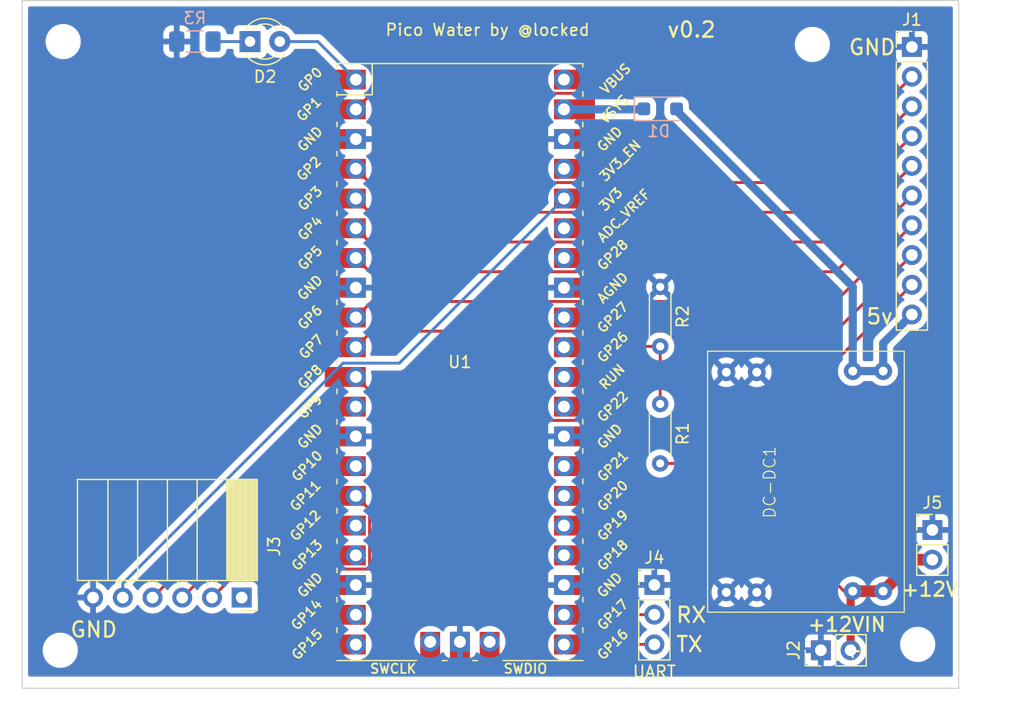
<source format=kicad_pcb>
(kicad_pcb (version 20221018) (generator pcbnew)
  (layers (0 "F.Cu" signal) (31 "B.Cu" signal) (34 "B.Paste" user) (35 "F.Paste" user) (36 "B.SilkS" user "B.Silkscreen") (37 "F.SilkS" user "F.Silkscreen") (38 "B.Mask" user) (39 "F.Mask" user) (44 "Edge.Cuts" user))
  (net 0 "")
  (net 12 "/SQW")
  (net 17 "ADC0")
  (net 18 "+5V")
  (net 19 "GND")
  (net 20 "+12V")
  (net 21 "GPIO3")
  (net 22 "GPIO2")
  (net 23 "GPIO1")
  (net 25 "GPIO8")
  (net 26 "GPIO7")
  (net 27 "GPIO6")
  (net 28 "GPIO5")
  (net 29 "GPIO4")
  (net 30 "/SCL")
  (net 31 "/SDA")
  (net 32 "+3.3V")
  (net 33 "/RX")
  (net 34 "/TX")
  (net 37 "Net-(D1-K)")
  (net 38 "Net-(D2-K)")
  (net 39 "Net-(D2-A)")
  (footprint "Lunasys_Library:MP1584EN DC-DC 3A Step-Down" (layer "F.Cu") (at 118.35 105.4 90)
    (fp_text reference "DC-DC1" (at 0 -3 90 unlocked) (layer "F.SilkS") (effects (font (thickness 0.1))))
    (fp_text value "~")
    (fp_rect (start -11.1 -8.3) (end 11.2 8.5) (stroke (width 0.1)) (fill none) (layer "F.SilkS"))
    (pad "1" thru_hole circle (at -9.4 -6.7 90) (size 1.524 1.524) (drill 0.762) (layers "*.Cu" "*.Mask") (net 19 "GND"))
    (pad "1" thru_hole circle (at -9.4 -4.1 90) (size 1.524 1.524) (drill 0.762) (layers "*.Cu" "*.Mask") (net 19 "GND"))
    (pad "2" thru_hole circle (at -9.3 4.1 90) (size 1.524 1.524) (drill 0.762) (layers "*.Cu" "*.Mask") (net 20 "+12V"))
    (pad "2" thru_hole circle (at -9.3 6.7 90) (size 1.524 1.524) (drill 0.762) (layers "*.Cu" "*.Mask") (net 20 "+12V"))
    (pad "3" thru_hole circle (at 9.4 -6.7 90) (size 1.524 1.524) (drill 0.762) (layers "*.Cu" "*.Mask") (net 19 "GND"))
    (pad "3" thru_hole circle (at 9.4 -4.1 90) (size 1.524 1.524) (drill 0.762) (layers "*.Cu" "*.Mask") (net 19 "GND"))
    (pad "4" thru_hole circle (at 9.5 4.1 90) (size 1.524 1.524) (drill 0.762) (layers "*.Cu" "*.Mask") (net 18 "+5V"))
    (pad "4" thru_hole circle (at 9.5 6.7 90) (size 1.524 1.524) (drill 0.762) (layers "*.Cu" "*.Mask") (net 18 "+5V"))
  )
  (footprint "MountingHole:MountingHole_2.5mm" (layer "F.Cu") (at 128 119.25)
    (fp_text reference "H4" hide)
    (fp_text value "MountingHole")
    (pad "" np_thru_hole circle (at 0 0) (size 2.5 2.5) (drill 2.5) (layers "*.Cu" "*.Mask"))
  )
  (footprint "Connector_PinHeader_2.54mm:PinHeader_1x02_P2.54mm_Vertical" (layer "F.Cu") (at 119.725 119.75 90)
    (fp_text reference "J2" (at 0 -2.33 90) (layer "F.SilkS"))
    (fp_text value "Power In")
    (fp_line (start -1.33 -1.33) (end 0 -1.33) (stroke (width 0.12)) (layer "F.SilkS"))
    (fp_line (start -1.33 0) (end -1.33 -1.33) (stroke (width 0.12)) (layer "F.SilkS"))
    (fp_line (start -1.33 1.27) (end -1.33 3.87) (stroke (width 0.12)) (layer "F.SilkS"))
    (fp_line (start -1.33 1.27) (end 1.33 1.27) (stroke (width 0.12)) (layer "F.SilkS"))
    (fp_line (start -1.33 3.87) (end 1.33 3.87) (stroke (width 0.12)) (layer "F.SilkS"))
    (fp_line (start 1.33 1.27) (end 1.33 3.87) (stroke (width 0.12)) (layer "F.SilkS"))
    (pad "1" thru_hole rect (at 0 0 90) (size 1.7 1.7) (drill 1) (layers "*.Cu" "*.Mask") (net 19 "GND"))
    (pad "2" thru_hole oval (at 0 2.54 90) (size 1.7 1.7) (drill 1) (layers "*.Cu" "*.Mask") (net 20 "+12V"))
  )
  (footprint "Connector_PinHeader_2.54mm:PinHeader_1x10_P2.54mm_Vertical" (layer "F.Cu") (at 127.5 68.21)
    (fp_text reference "J1" (at 0 -2.33) (layer "F.SilkS"))
    (fp_text value "Conn_01x04_MountingPin")
    (fp_line (start -1.33 -1.33) (end 0 -1.33) (stroke (width 0.12)) (layer "F.SilkS"))
    (fp_line (start -1.33 0) (end -1.33 -1.33) (stroke (width 0.12)) (layer "F.SilkS"))
    (fp_line (start -1.33 1.27) (end -1.33 24.19) (stroke (width 0.12)) (layer "F.SilkS"))
    (fp_line (start -1.33 1.27) (end 1.33 1.27) (stroke (width 0.12)) (layer "F.SilkS"))
    (fp_line (start -1.33 24.19) (end 1.33 24.19) (stroke (width 0.12)) (layer "F.SilkS"))
    (fp_line (start 1.33 1.27) (end 1.33 24.19) (stroke (width 0.12)) (layer "F.SilkS"))
    (pad "1" thru_hole rect (at 0 0) (size 1.7 1.7) (drill 1) (layers "*.Cu" "*.Mask") (net 19 "GND"))
    (pad "2" thru_hole oval (at 0 2.54) (size 1.7 1.7) (drill 1) (layers "*.Cu" "*.Mask") (net 23 "GPIO1"))
    (pad "3" thru_hole oval (at 0 5.08) (size 1.7 1.7) (drill 1) (layers "*.Cu" "*.Mask") (net 22 "GPIO2"))
    (pad "4" thru_hole oval (at 0 7.62) (size 1.7 1.7) (drill 1) (layers "*.Cu" "*.Mask") (net 21 "GPIO3"))
    (pad "5" thru_hole oval (at 0 10.16) (size 1.7 1.7) (drill 1) (layers "*.Cu" "*.Mask") (net 29 "GPIO4"))
    (pad "6" thru_hole oval (at 0 12.7) (size 1.7 1.7) (drill 1) (layers "*.Cu" "*.Mask") (net 28 "GPIO5"))
    (pad "7" thru_hole oval (at 0 15.24) (size 1.7 1.7) (drill 1) (layers "*.Cu" "*.Mask") (net 27 "GPIO6"))
    (pad "8" thru_hole oval (at 0 17.78) (size 1.7 1.7) (drill 1) (layers "*.Cu" "*.Mask") (net 26 "GPIO7"))
    (pad "9" thru_hole oval (at 0 20.32) (size 1.7 1.7) (drill 1) (layers "*.Cu" "*.Mask") (net 25 "GPIO8"))
    (pad "10" thru_hole oval (at 0 22.86) (size 1.7 1.7) (drill 1) (layers "*.Cu" "*.Mask") (net 18 "+5V"))
  )
  (footprint "Resistor_THT:R_Axial_DIN0204_L3.6mm_D1.6mm_P5.08mm_Horizontal" (layer "F.Cu") (at 106 88.71 -90)
    (fp_text reference "R2" (at 2.54 -1.92 -90) (layer "F.SilkS"))
    (fp_text value "34K")
    (fp_line (start 0.62 -0.92) (end 4.46 -0.92) (stroke (width 0.12)) (layer "F.SilkS"))
    (fp_line (start 0.62 0.92) (end 4.46 0.92) (stroke (width 0.12)) (layer "F.SilkS"))
    (pad "1" thru_hole circle (at 0 0 270) (size 1.4 1.4) (drill 0.7) (layers "*.Cu" "*.Mask") (net 19 "GND"))
    (pad "2" thru_hole oval (at 5.08 0 270) (size 1.4 1.4) (drill 0.7) (layers "*.Cu" "*.Mask") (net 17 "ADC0"))
  )
  (footprint "picogus_library:RPi_Pico_SMD_TH" (layer "F.Cu") (at 88.89 95.13)
    (fp_text reference "U1" (at 0 0) (layer "F.SilkS"))
    (fp_text value "Pico")
    (fp_text user "GP7" (at -12.7 -1.3 45) (layer "F.SilkS") (effects (font (size 0.8 0.8))))
    (fp_text user "GND" (at -12.8 -19.05 45) (layer "F.SilkS") (effects (font (size 0.8 0.8))))
    (fp_text user "GND" (at 12.8 6.35 45) (layer "F.SilkS") (effects (font (size 0.8 0.8))))
    (fp_text user "3V3_EN" (at 13.7 -17.2 45) (layer "F.SilkS") (effects (font (size 0.8 0.8))))
    (fp_text user "GP14" (at -13.1 21.59 45) (layer "F.SilkS") (effects (font (size 0.8 0.8))))
    (fp_text user "GP3" (at -12.8 -13.97 45) (layer "F.SilkS") (effects (font (size 0.8 0.8))))
    (fp_text user "GP6" (at -12.8 -3.81 45) (layer "F.SilkS") (effects (font (size 0.8 0.8))))
    (fp_text user "GND" (at -12.8 6.35 45) (layer "F.SilkS") (effects (font (size 0.8 0.8))))
    (fp_text user "GP4" (at -12.8 -11.43 45) (layer "F.SilkS") (effects (font (size 0.8 0.8))))
    (fp_text user "GND" (at -12.8 -6.35 45) (layer "F.SilkS") (effects (font (size 0.8 0.8))))
    (fp_text user "GP0" (at -12.8 -24.13 45) (layer "F.SilkS") (effects (font (size 0.8 0.8))))
    (fp_text user "SWDIO" (at 5.6 26.2) (layer "F.SilkS") (effects (font (size 0.8 0.8))))
    (fp_text user "GP16" (at 13.054 24.13 45) (layer "F.SilkS") (effects (font (size 0.8 0.8))))
    (fp_text user "SWCLK" (at -5.7 26.2) (layer "F.SilkS") (effects (font (size 0.8 0.8))))
    (fp_text user "GP9" (at -12.8 3.81 45) (layer "F.SilkS") (effects (font (size 0.8 0.8))))
    (fp_text user "GP12" (at -13.2 13.97 45) (layer "F.SilkS") (effects (font (size 0.8 0.8))))
    (fp_text user "GP26" (at 13.054 -1.27 45) (layer "F.SilkS") (effects (font (size 0.8 0.8))))
    (fp_text user "GP28" (at 13.054 -9.144 45) (layer "F.SilkS") (effects (font (size 0.8 0.8))))
    (fp_text user "RUN" (at 13 1.27 45) (layer "F.SilkS") (effects (font (size 0.8 0.8))))
    (fp_text user "ADC_VREF" (at 14 -12.5 45) (layer "F.SilkS") (effects (font (size 0.8 0.8))))
    (fp_text user "GND" (at 12.8 19.05 45) (layer "F.SilkS") (effects (font (size 0.8 0.8))))
    (fp_text user "GND" (at -12.8 19.05 45) (layer "F.SilkS") (effects (font (size 0.8 0.8))))
    (fp_text user "GP11" (at -13.2 11.43 45) (layer "F.SilkS") (effects (font (size 0.8 0.8))))
    (fp_text user "Pico Water by @locked" (at 2.36 -28.38) (layer "F.SilkS"))
    (fp_text user "GP27" (at 13.054 -3.8 45) (layer "F.SilkS") (effects (font (size 0.8 0.8))))
    (fp_text user "GND" (at 12.8 -19.05 45) (layer "F.SilkS") (effects (font (size 0.8 0.8))))
    (fp_text user "GP20" (at 13.054 11.43 45) (layer "F.SilkS") (effects (font (size 0.8 0.8))))
    (fp_text user "GP10" (at -13.054 8.89 45) (layer "F.SilkS") (effects (font (size 0.8 0.8))))
    (fp_text user "VSYS" (at 13.2 -21.59 45) (layer "F.SilkS") (effects (font (size 0.8 0.8))))
    (fp_text user "3V3" (at 12.9 -13.9 45) (layer "F.SilkS") (effects (font (size 0.8 0.8))))
    (fp_text user "GP2" (at -12.9 -16.51 45) (layer "F.SilkS") (effects (font (size 0.8 0.8))))
    (fp_text user "GP8" (at -12.8 1.27 45) (layer "F.SilkS") (effects (font (size 0.8 0.8))))
    (fp_text user "VBUS" (at 13.3 -24.2 45) (layer "F.SilkS") (effects (font (size 0.8 0.8))))
    (fp_text user "GP17" (at 13.054 21.59 45) (layer "F.SilkS") (effects (font (size 0.8 0.8))))
    (fp_text user "GP18" (at 13.054 16.51 45) (layer "F.SilkS") (effects (font (size 0.8 0.8))))
    (fp_text user "GP5" (at -12.8 -8.89 45) (layer "F.SilkS") (effects (font (size 0.8 0.8))))
    (fp_text user "GP22" (at 13.054 3.81 45) (layer "F.SilkS") (effects (font (size 0.8 0.8))))
    (fp_text user "GP1" (at -12.9 -21.6 45) (layer "F.SilkS") (effects (font (size 0.8 0.8))))
    (fp_text user "GP15" (at -13.054 24.13 45) (layer "F.SilkS") (effects (font (size 0.8 0.8))))
    (fp_text user "GP13" (at -13.054 16.51 45) (layer "F.SilkS") (effects (font (size 0.8 0.8))))
    (fp_text user "AGND" (at 13.054 -6.35 45) (layer "F.SilkS") (effects (font (size 0.8 0.8))))
    (fp_text user "GP21" (at 13.054 8.9 45) (layer "F.SilkS") (effects (font (size 0.8 0.8))))
    (fp_text user "GP19" (at 13.054 13.97 45) (layer "F.SilkS") (effects (font (size 0.8 0.8))))
    (fp_line (start -10.5 -25.5) (end -10.5 -25.2) (stroke (width 0.12)) (layer "F.SilkS"))
    (fp_line (start -10.5 -25.5) (end 10.5 -25.5) (stroke (width 0.12)) (layer "F.SilkS"))
    (fp_line (start -10.5 -23.1) (end -10.5 -22.7) (stroke (width 0.12)) (layer "F.SilkS"))
    (fp_line (start -10.5 -22.833) (end -7.493 -22.833) (stroke (width 0.12)) (layer "F.SilkS"))
    (fp_line (start -10.5 -20.5) (end -10.5 -20.1) (stroke (width 0.12)) (layer "F.SilkS"))
    (fp_line (start -10.5 -18) (end -10.5 -17.6) (stroke (width 0.12)) (layer "F.SilkS"))
    (fp_line (start -10.5 -15.4) (end -10.5 -15) (stroke (width 0.12)) (layer "F.SilkS"))
    (fp_line (start -10.5 -12.9) (end -10.5 -12.5) (stroke (width 0.12)) (layer "F.SilkS"))
    (fp_line (start -10.5 -10.4) (end -10.5 -10) (stroke (width 0.12)) (layer "F.SilkS"))
    (fp_line (start -10.5 -7.8) (end -10.5 -7.4) (stroke (width 0.12)) (layer "F.SilkS"))
    (fp_line (start -10.5 -5.3) (end -10.5 -4.9) (stroke (width 0.12)) (layer "F.SilkS"))
    (fp_line (start -10.5 -2.7) (end -10.5 -2.3) (stroke (width 0.12)) (layer "F.SilkS"))
    (fp_line (start -10.5 -0.2) (end -10.5 0.2) (stroke (width 0.12)) (layer "F.SilkS"))
    (fp_line (start -10.5 2.3) (end -10.5 2.7) (stroke (width 0.12)) (layer "F.SilkS"))
    (fp_line (start -10.5 4.9) (end -10.5 5.3) (stroke (width 0.12)) (layer "F.SilkS"))
    (fp_line (start -10.5 7.4) (end -10.5 7.8) (stroke (width 0.12)) (layer "F.SilkS"))
    (fp_line (start -10.5 10) (end -10.5 10.4) (stroke (width 0.12)) (layer "F.SilkS"))
    (fp_line (start -10.5 12.5) (end -10.5 12.9) (stroke (width 0.12)) (layer "F.SilkS"))
    (fp_line (start -10.5 15.1) (end -10.5 15.5) (stroke (width 0.12)) (layer "F.SilkS"))
    (fp_line (start -10.5 17.6) (end -10.5 18) (stroke (width 0.12)) (layer "F.SilkS"))
    (fp_line (start -10.5 20.1) (end -10.5 20.5) (stroke (width 0.12)) (layer "F.SilkS"))
    (fp_line (start -10.5 22.7) (end -10.5 23.1) (stroke (width 0.12)) (layer "F.SilkS"))
    (fp_line (start -7.493 -22.833) (end -7.493 -25.5) (stroke (width 0.12)) (layer "F.SilkS"))
    (fp_line (start -3.7 25.5) (end -10.5 25.5) (stroke (width 0.12)) (layer "F.SilkS"))
    (fp_line (start -1.5 25.5) (end -1.1 25.5) (stroke (width 0.12)) (layer "F.SilkS"))
    (fp_line (start 1.1 25.5) (end 1.5 25.5) (stroke (width 0.12)) (layer "F.SilkS"))
    (fp_line (start 10.5 -25.5) (end 10.5 -25.2) (stroke (width 0.12)) (layer "F.SilkS"))
    (fp_line (start 10.5 -23.1) (end 10.5 -22.7) (stroke (width 0.12)) (layer "F.SilkS"))
    (fp_line (start 10.5 -20.5) (end 10.5 -20.1) (stroke (width 0.12)) (layer "F.SilkS"))
    (fp_line (start 10.5 -18) (end 10.5 -17.6) (stroke (width 0.12)) (layer "F.SilkS"))
    (fp_line (start 10.5 -15.4) (end 10.5 -15) (stroke (width 0.12)) (layer "F.SilkS"))
    (fp_line (start 10.5 -12.9) (end 10.5 -12.5) (stroke (width 0.12)) (layer "F.SilkS"))
    (fp_line (start 10.5 -10.4) (end 10.5 -10) (stroke (width 0.12)) (layer "F.SilkS"))
    (fp_line (start 10.5 -7.8) (end 10.5 -7.4) (stroke (width 0.12)) (layer "F.SilkS"))
    (fp_line (start 10.5 -5.3) (end 10.5 -4.9) (stroke (width 0.12)) (layer "F.SilkS"))
    (fp_line (start 10.5 -2.7) (end 10.5 -2.3) (stroke (width 0.12)) (layer "F.SilkS"))
    (fp_line (start 10.5 -0.2) (end 10.5 0.2) (stroke (width 0.12)) (layer "F.SilkS"))
    (fp_line (start 10.5 2.3) (end 10.5 2.7) (stroke (width 0.12)) (layer "F.SilkS"))
    (fp_line (start 10.5 4.9) (end 10.5 5.3) (stroke (width 0.12)) (layer "F.SilkS"))
    (fp_line (start 10.5 7.4) (end 10.5 7.8) (stroke (width 0.12)) (layer "F.SilkS"))
    (fp_line (start 10.5 10) (end 10.5 10.4) (stroke (width 0.12)) (layer "F.SilkS"))
    (fp_line (start 10.5 12.5) (end 10.5 12.9) (stroke (width 0.12)) (layer "F.SilkS"))
    (fp_line (start 10.5 15.1) (end 10.5 15.5) (stroke (width 0.12)) (layer "F.SilkS"))
    (fp_line (start 10.5 17.6) (end 10.5 18) (stroke (width 0.12)) (layer "F.SilkS"))
    (fp_line (start 10.5 20.1) (end 10.5 20.5) (stroke (width 0.12)) (layer "F.SilkS"))
    (fp_line (start 10.5 22.7) (end 10.5 23.1) (stroke (width 0.12)) (layer "F.SilkS"))
    (fp_line (start 10.5 25.5) (end 3.7 25.5) (stroke (width 0.12)) (layer "F.SilkS"))
    (pad "1" thru_hole oval (at -8.89 -24.13) (size 1.7 1.7) (drill 1.02) (layers "*.Cu" "*.Mask") (net 39 "Net-(D2-A)"))
    (pad "1" smd rect (at -8.89 -24.13) (size 3.5 1.7) (drill (offset -0.9 0)) (layers "F.Cu" "F.Mask") (net 39 "Net-(D2-A)"))
    (pad "2" thru_hole oval (at -8.89 -21.59) (size 1.7 1.7) (drill 1.02) (layers "*.Cu" "*.Mask") (net 23 "GPIO1"))
    (pad "2" smd rect (at -8.89 -21.59) (size 3.5 1.7) (drill (offset -0.9 0)) (layers "F.Cu" "F.Mask") (net 23 "GPIO1"))
    (pad "3" thru_hole rect (at -8.89 -19.05) (size 1.7 1.7) (drill 1.02) (layers "*.Cu" "*.Mask") (net 19 "GND"))
    (pad "3" smd rect (at -8.89 -19.05) (size 3.5 1.7) (drill (offset -0.9 0)) (layers "F.Cu" "F.Mask") (net 19 "GND"))
    (pad "4" thru_hole oval (at -8.89 -16.51) (size 1.7 1.7) (drill 1.02) (layers "*.Cu" "*.Mask") (net 22 "GPIO2"))
    (pad "4" smd rect (at -8.89 -16.51) (size 3.5 1.7) (drill (offset -0.9 0)) (layers "F.Cu" "F.Mask") (net 22 "GPIO2"))
    (pad "5" thru_hole oval (at -8.89 -13.97) (size 1.7 1.7) (drill 1.02) (layers "*.Cu" "*.Mask") (net 21 "GPIO3"))
    (pad "5" smd rect (at -8.89 -13.97) (size 3.5 1.7) (drill (offset -0.9 0)) (layers "F.Cu" "F.Mask") (net 21 "GPIO3"))
    (pad "6" thru_hole oval (at -8.89 -11.43) (size 1.7 1.7) (drill 1.02) (layers "*.Cu" "*.Mask") (net 29 "GPIO4"))
    (pad "6" smd rect (at -8.89 -11.43) (size 3.5 1.7) (drill (offset -0.9 0)) (layers "F.Cu" "F.Mask") (net 29 "GPIO4"))
    (pad "7" thru_hole oval (at -8.89 -8.89) (size 1.7 1.7) (drill 1.02) (layers "*.Cu" "*.Mask") (net 28 "GPIO5"))
    (pad "7" smd rect (at -8.89 -8.89) (size 3.5 1.7) (drill (offset -0.9 0)) (layers "F.Cu" "F.Mask") (net 28 "GPIO5"))
    (pad "8" thru_hole rect (at -8.89 -6.35) (size 1.7 1.7) (drill 1.02) (layers "*.Cu" "*.Mask") (net 19 "GND"))
    (pad "8" smd rect (at -8.89 -6.35) (size 3.5 1.7) (drill (offset -0.9 0)) (layers "F.Cu" "F.Mask") (net 19 "GND"))
    (pad "9" thru_hole oval (at -8.89 -3.81) (size 1.7 1.7) (drill 1.02) (layers "*.Cu" "*.Mask") (net 27 "GPIO6"))
    (pad "9" smd rect (at -8.89 -3.81) (size 3.5 1.7) (drill (offset -0.9 0)) (layers "F.Cu" "F.Mask") (net 27 "GPIO6"))
    (pad "10" thru_hole oval (at -8.89 -1.27) (size 1.7 1.7) (drill 1.02) (layers "*.Cu" "*.Mask") (net 26 "GPIO7"))
    (pad "10" smd rect (at -8.89 -1.27) (size 3.5 1.7) (drill (offset -0.9 0)) (layers "F.Cu" "F.Mask") (net 26 "GPIO7"))
    (pad "11" thru_hole oval (at -8.89 1.27) (size 1.7 1.7) (drill 1.02) (layers "*.Cu" "*.Mask") (net 25 "GPIO8"))
    (pad "11" smd rect (at -8.89 1.27) (size 3.5 1.7) (drill (offset -0.9 0)) (layers "F.Cu" "F.Mask") (net 25 "GPIO8"))
    (pad "12" thru_hole oval (at -8.89 3.81) (size 1.7 1.7) (drill 1.02) (layers "*.Cu" "*.Mask"))
    (pad "12" smd rect (at -8.89 3.81) (size 3.5 1.7) (drill (offset -0.9 0)) (layers "F.Cu" "F.Mask"))
    (pad "13" thru_hole rect (at -8.89 6.35) (size 1.7 1.7) (drill 1.02) (layers "*.Cu" "*.Mask") (net 19 "GND"))
    (pad "13" smd rect (at -8.89 6.35) (size 3.5 1.7) (drill (offset -0.9 0)) (layers "F.Cu" "F.Mask") (net 19 "GND"))
    (pad "14" thru_hole oval (at -8.89 8.89) (size 1.7 1.7) (drill 1.02) (layers "*.Cu" "*.Mask"))
    (pad "14" smd rect (at -8.89 8.89) (size 3.5 1.7) (drill (offset -0.9 0)) (layers "F.Cu" "F.Mask"))
    (pad "15" thru_hole oval (at -8.89 11.43) (size 1.7 1.7) (drill 1.02) (layers "*.Cu" "*.Mask") (net 12 "/SQW"))
    (pad "15" smd rect (at -8.89 11.43) (size 3.5 1.7) (drill (offset -0.9 0)) (layers "F.Cu" "F.Mask") (net 12 "/SQW"))
    (pad "16" thru_hole oval (at -8.89 13.97) (size 1.7 1.7) (drill 1.02) (layers "*.Cu" "*.Mask") (net 31 "/SDA"))
    (pad "16" smd rect (at -8.89 13.97) (size 3.5 1.7) (drill (offset -0.9 0)) (layers "F.Cu" "F.Mask") (net 31 "/SDA"))
    (pad "17" thru_hole oval (at -8.89 16.51) (size 1.7 1.7) (drill 1.02) (layers "*.Cu" "*.Mask") (net 30 "/SCL"))
    (pad "17" smd rect (at -8.89 16.51) (size 3.5 1.7) (drill (offset -0.9 0)) (layers "F.Cu" "F.Mask") (net 30 "/SCL"))
    (pad "18" thru_hole rect (at -8.89 19.05) (size 1.7 1.7) (drill 1.02) (layers "*.Cu" "*.Mask") (net 19 "GND"))
    (pad "18" smd rect (at -8.89 19.05) (size 3.5 1.7) (drill (offset -0.9 0)) (layers "F.Cu" "F.Mask") (net 19 "GND"))
    (pad "19" thru_hole oval (at -8.89 21.59) (size 1.7 1.7) (drill 1.02) (layers "*.Cu" "*.Mask"))
    (pad "19" smd rect (at -8.89 21.59) (size 3.5 1.7) (drill (offset -0.9 0)) (layers "F.Cu" "F.Mask"))
    (pad "20" thru_hole oval (at -8.89 24.13) (size 1.7 1.7) (drill 1.02) (layers "*.Cu" "*.Mask"))
    (pad "20" smd rect (at -8.89 24.13) (size 3.5 1.7) (drill (offset -0.9 0)) (layers "F.Cu" "F.Mask"))
    (pad "21" thru_hole oval (at 8.89 24.13) (size 1.7 1.7) (drill 1.02) (layers "*.Cu" "*.Mask") (net 34 "/TX"))
    (pad "21" smd rect (at 8.89 24.13) (size 3.5 1.7) (drill (offset 0.9 0)) (layers "F.Cu" "F.Mask") (net 34 "/TX"))
    (pad "22" thru_hole oval (at 8.89 21.59) (size 1.7 1.7) (drill 1.02) (layers "*.Cu" "*.Mask") (net 33 "/RX"))
    (pad "22" smd rect (at 8.89 21.59) (size 3.5 1.7) (drill (offset 0.9 0)) (layers "F.Cu" "F.Mask") (net 33 "/RX"))
    (pad "23" thru_hole rect (at 8.89 19.05) (size 1.7 1.7) (drill 1.02) (layers "*.Cu" "*.Mask") (net 19 "GND"))
    (pad "23" smd rect (at 8.89 19.05) (size 3.5 1.7) (drill (offset 0.9 0)) (layers "F.Cu" "F.Mask") (net 19 "GND"))
    (pad "24" thru_hole oval (at 8.89 16.51) (size 1.7 1.7) (drill 1.02) (layers "*.Cu" "*.Mask"))
    (pad "24" smd rect (at 8.89 16.51) (size 3.5 1.7) (drill (offset 0.9 0)) (layers "F.Cu" "F.Mask"))
    (pad "25" thru_hole oval (at 8.89 13.97) (size 1.7 1.7) (drill 1.02) (layers "*.Cu" "*.Mask"))
    (pad "25" smd rect (at 8.89 13.97) (size 3.5 1.7) (drill (offset 0.9 0)) (layers "F.Cu" "F.Mask"))
    (pad "26" thru_hole oval (at 8.89 11.43) (size 1.7 1.7) (drill 1.02) (layers "*.Cu" "*.Mask"))
    (pad "26" smd rect (at 8.89 11.43) (size 3.5 1.7) (drill (offset 0.9 0)) (layers "F.Cu" "F.Mask"))
    (pad "27" thru_hole oval (at 8.89 8.89) (size 1.7 1.7) (drill 1.02) (layers "*.Cu" "*.Mask"))
    (pad "27" smd rect (at 8.89 8.89) (size 3.5 1.7) (drill (offset 0.9 0)) (layers "F.Cu" "F.Mask"))
    (pad "28" thru_hole rect (at 8.89 6.35) (size 1.7 1.7) (drill 1.02) (layers "*.Cu" "*.Mask") (net 19 "GND"))
    (pad "28" smd rect (at 8.89 6.35) (size 3.5 1.7) (drill (offset 0.9 0)) (layers "F.Cu" "F.Mask") (net 19 "GND"))
    (pad "29" thru_hole oval (at 8.89 3.81) (size 1.7 1.7) (drill 1.02) (layers "*.Cu" "*.Mask"))
    (pad "29" smd rect (at 8.89 3.81) (size 3.5 1.7) (drill (offset 0.9 0)) (layers "F.Cu" "F.Mask"))
    (pad "30" thru_hole oval (at 8.89 1.27) (size 1.7 1.7) (drill 1.02) (layers "*.Cu" "*.Mask"))
    (pad "30" smd rect (at 8.89 1.27) (size 3.5 1.7) (drill (offset 0.9 0)) (layers "F.Cu" "F.Mask"))
    (pad "31" thru_hole oval (at 8.89 -1.27) (size 1.7 1.7) (drill 1.02) (layers "*.Cu" "*.Mask") (net 17 "ADC0"))
    (pad "31" smd rect (at 8.89 -1.27) (size 3.5 1.7) (drill (offset 0.9 0)) (layers "F.Cu" "F.Mask") (net 17 "ADC0"))
    (pad "32" thru_hole oval (at 8.89 -3.81) (size 1.7 1.7) (drill 1.02) (layers "*.Cu" "*.Mask"))
    (pad "32" smd rect (at 8.89 -3.81) (size 3.5 1.7) (drill (offset 0.9 0)) (layers "F.Cu" "F.Mask"))
    (pad "33" thru_hole rect (at 8.89 -6.35) (size 1.7 1.7) (drill 1.02) (layers "*.Cu" "*.Mask") (net 19 "GND"))
    (pad "33" smd rect (at 8.89 -6.35) (size 3.5 1.7) (drill (offset 0.9 0)) (layers "F.Cu" "F.Mask") (net 19 "GND"))
    (pad "34" thru_hole oval (at 8.89 -8.89) (size 1.7 1.7) (drill 1.02) (layers "*.Cu" "*.Mask"))
    (pad "34" smd rect (at 8.89 -8.89) (size 3.5 1.7) (drill (offset 0.9 0)) (layers "F.Cu" "F.Mask"))
    (pad "35" thru_hole oval (at 8.89 -11.43) (size 1.7 1.7) (drill 1.02) (layers "*.Cu" "*.Mask"))
    (pad "35" smd rect (at 8.89 -11.43) (size 3.5 1.7) (drill (offset 0.9 0)) (layers "F.Cu" "F.Mask"))
    (pad "36" thru_hole oval (at 8.89 -13.97) (size 1.7 1.7) (drill 1.02) (layers "*.Cu" "*.Mask") (net 32 "+3.3V"))
    (pad "36" smd rect (at 8.89 -13.97) (size 3.5 1.7) (drill (offset 0.9 0)) (layers "F.Cu" "F.Mask") (net 32 "+3.3V"))
    (pad "37" thru_hole oval (at 8.89 -16.51) (size 1.7 1.7) (drill 1.02) (layers "*.Cu" "*.Mask"))
    (pad "37" smd rect (at 8.89 -16.51) (size 3.5 1.7) (drill (offset 0.9 0)) (layers "F.Cu" "F.Mask"))
    (pad "38" thru_hole rect (at 8.89 -19.05) (size 1.7 1.7) (drill 1.02) (layers "*.Cu" "*.Mask") (net 19 "GND"))
    (pad "38" smd rect (at 8.89 -19.05) (size 3.5 1.7) (drill (offset 0.9 0)) (layers "F.Cu" "F.Mask") (net 19 "GND"))
    (pad "39" thru_hole oval (at 8.89 -21.59) (size 1.7 1.7) (drill 1.02) (layers "*.Cu" "*.Mask") (net 37 "Net-(D1-K)"))
    (pad "39" smd rect (at 8.89 -21.59) (size 3.5 1.7) (drill (offset 0.9 0)) (layers "F.Cu" "F.Mask") (net 37 "Net-(D1-K)"))
    (pad "40" thru_hole oval (at 8.89 -24.13) (size 1.7 1.7) (drill 1.02) (layers "*.Cu" "*.Mask"))
    (pad "40" smd rect (at 8.89 -24.13) (size 3.5 1.7) (drill (offset 0.9 0)) (layers "F.Cu" "F.Mask"))
    (pad "41" thru_hole oval (at -2.54 23.9) (size 1.7 1.7) (drill 1.02) (layers "*.Cu" "*.Mask"))
    (pad "41" smd rect (at -2.54 23.9 90) (size 3.5 1.7) (drill (offset -0.9 0)) (layers "F.Cu" "F.Mask"))
    (pad "42" thru_hole rect (at 0 23.9) (size 1.7 1.7) (drill 1.02) (layers "*.Cu" "*.Mask") (net 19 "GND"))
    (pad "42" smd rect (at 0 23.9 90) (size 3.5 1.7) (drill (offset -0.9 0)) (layers "F.Cu" "F.Mask") (net 19 "GND"))
    (pad "43" thru_hole oval (at 2.54 23.9) (size 1.7 1.7) (drill 1.02) (layers "*.Cu" "*.Mask"))
    (pad "43" smd rect (at 2.54 23.9 90) (size 3.5 1.7) (drill (offset -0.9 0)) (layers "F.Cu" "F.Mask"))
  )
  (footprint "MountingHole:MountingHole_2.5mm" (layer "F.Cu") (at 54.75 119.75)
    (fp_text reference "H3" hide)
    (fp_text value "MountingHole")
    (pad "" np_thru_hole circle (at 0 0) (size 2.5 2.5) (drill 2.5) (layers "*.Cu" "*.Mask"))
  )
  (footprint "Resistor_THT:R_Axial_DIN0204_L3.6mm_D1.6mm_P5.08mm_Horizontal" (layer "F.Cu") (at 106 98.71 -90)
    (fp_text reference "R1" (at 2.54 -1.92 -90) (layer "F.SilkS"))
    (fp_text value "100K")
    (fp_line (start 0.62 -0.92) (end 4.46 -0.92) (stroke (width 0.12)) (layer "F.SilkS"))
    (fp_line (start 0.62 0.92) (end 4.46 0.92) (stroke (width 0.12)) (layer "F.SilkS"))
    (pad "1" thru_hole circle (at 0 0 270) (size 1.4 1.4) (drill 0.7) (layers "*.Cu" "*.Mask") (net 17 "ADC0"))
    (pad "2" thru_hole oval (at 5.08 0 270) (size 1.4 1.4) (drill 0.7) (layers "*.Cu" "*.Mask") (net 20 "+12V"))
  )
  (footprint "MountingHole:MountingHole_2.5mm" (layer "F.Cu") (at 55 67.75)
    (fp_text reference "H1" hide)
    (fp_text value "MountingHole")
    (pad "" np_thru_hole circle (at 0 0) (size 2.5 2.5) (drill 2.5) (layers "*.Cu" "*.Mask"))
  )
  (footprint "LED_THT:LED_D3.0mm" (layer "F.Cu") (at 70.96 67.75)
    (fp_text reference "D2" (at 1.29 3) (layer "F.SilkS"))
    (fp_text value "green")
    (fp_line (start -0.29 -1.236) (end -0.29 -1.08) (stroke (width 0.12)) (layer "F.SilkS"))
    (fp_line (start -0.29 1.08) (end -0.29 1.236) (stroke (width 0.12)) (layer "F.SilkS"))
    (fp_arc (start -0.29 -1.235516) (mid 1.366487 -1.987659) (end 2.942335 -1.078608) (stroke (width 0.12)) (layer "F.SilkS"))
    (fp_arc (start 0.229039 -1.08) (mid 1.270117 -1.5) (end 2.31113 -1.079837) (stroke (width 0.12)) (layer "F.SilkS"))
    (fp_arc (start 2.31113 1.079837) (mid 1.270117 1.5) (end 0.229039 1.08) (stroke (width 0.12)) (layer "F.SilkS"))
    (fp_arc (start 2.942335 1.078608) (mid 1.366487 1.987659) (end -0.29 1.235516) (stroke (width 0.12)) (layer "F.SilkS"))
    (pad "1" thru_hole rect (at 0 0) (size 1.8 1.8) (drill 0.9) (layers "*.Cu" "*.Mask") (net 38 "Net-(D2-K)"))
    (pad "2" thru_hole circle (at 2.54 0) (size 1.8 1.8) (drill 0.9) (layers "*.Cu" "*.Mask") (net 39 "Net-(D2-A)"))
  )
  (footprint "Connector_PinSocket_2.54mm:PinSocket_1x06_P2.54mm_Horizontal" (layer "F.Cu") (at 70.25 115.25 -90)
    (fp_text reference "J3" (at -4.38 -2.77 90) (layer "F.SilkS"))
    (fp_text value "RTC")
    (fp_line (start -10.09 -1.33) (end -10.09 14.03) (stroke (width 0.12)) (layer "F.SilkS"))
    (fp_line (start -10.09 -1.33) (end -1.46 -1.33) (stroke (width 0.12)) (layer "F.SilkS"))
    (fp_line (start -10.09 -1.21) (end -1.46 -1.21) (stroke (width 0.12)) (layer "F.SilkS"))
    (fp_line (start -10.09 -1.091905) (end -1.46 -1.091905) (stroke (width 0.12)) (layer "F.SilkS"))
    (fp_line (start -10.09 -0.97381) (end -1.46 -0.97381) (stroke (width 0.12)) (layer "F.SilkS"))
    (fp_line (start -10.09 -0.855715) (end -1.46 -0.855715) (stroke (width 0.12)) (layer "F.SilkS"))
    (fp_line (start -10.09 -0.73762) (end -1.46 -0.73762) (stroke (width 0.12)) (layer "F.SilkS"))
    (fp_line (start -10.09 -0.619525) (end -1.46 -0.619525) (stroke (width 0.12)) (layer "F.SilkS"))
    (fp_line (start -10.09 -0.50143) (end -1.46 -0.50143) (stroke (width 0.12)) (layer "F.SilkS"))
    (fp_line (start -10.09 -0.383335) (end -1.46 -0.383335) (stroke (width 0.12)) (layer "F.SilkS"))
    (fp_line (start -10.09 -0.26524) (end -1.46 -0.26524) (stroke (width 0.12)) (layer "F.SilkS"))
    (fp_line (start -10.09 -0.147145) (end -1.46 -0.147145) (stroke (width 0.12)) (layer "F.SilkS"))
    (fp_line (start -10.09 -0.02905) (end -1.46 -0.02905) (stroke (width 0.12)) (layer "F.SilkS"))
    (fp_line (start -10.09 0.089045) (end -1.46 0.089045) (stroke (width 0.12)) (layer "F.SilkS"))
    (fp_line (start -10.09 0.20714) (end -1.46 0.20714) (stroke (width 0.12)) (layer "F.SilkS"))
    (fp_line (start -10.09 0.325235) (end -1.46 0.325235) (stroke (width 0.12)) (layer "F.SilkS"))
    (fp_line (start -10.09 0.44333) (end -1.46 0.44333) (stroke (width 0.12)) (layer "F.SilkS"))
    (fp_line (start -10.09 0.561425) (end -1.46 0.561425) (stroke (width 0.12)) (layer "F.SilkS"))
    (fp_line (start -10.09 0.67952) (end -1.46 0.67952) (stroke (width 0.12)) (layer "F.SilkS"))
    (fp_line (start -10.09 0.797615) (end -1.46 0.797615) (stroke (width 0.12)) (layer "F.SilkS"))
    (fp_line (start -10.09 0.91571) (end -1.46 0.91571) (stroke (width 0.12)) (layer "F.SilkS"))
    (fp_line (start -10.09 1.033805) (end -1.46 1.033805) (stroke (width 0.12)) (layer "F.SilkS"))
    (fp_line (start -10.09 1.1519) (end -1.46 1.1519) (stroke (width 0.12)) (layer "F.SilkS"))
    (fp_line (start -10.09 1.27) (end -1.46 1.27) (stroke (width 0.12)) (layer "F.SilkS"))
    (fp_line (start -10.09 3.81) (end -1.46 3.81) (stroke (width 0.12)) (layer "F.SilkS"))
    (fp_line (start -10.09 6.35) (end -1.46 6.35) (stroke (width 0.12)) (layer "F.SilkS"))
    (fp_line (start -10.09 8.89) (end -1.46 8.89) (stroke (width 0.12)) (layer "F.SilkS"))
    (fp_line (start -10.09 11.43) (end -1.46 11.43) (stroke (width 0.12)) (layer "F.SilkS"))
    (fp_line (start -10.09 14.03) (end -1.46 14.03) (stroke (width 0.12)) (layer "F.SilkS"))
    (fp_line (start -1.46 -1.33) (end -1.46 14.03) (stroke (width 0.12)) (layer "F.SilkS"))
    (fp_line (start -1.46 -0.36) (end -1.11 -0.36) (stroke (width 0.12)) (layer "F.SilkS"))
    (fp_line (start -1.46 0.36) (end -1.11 0.36) (stroke (width 0.12)) (layer "F.SilkS"))
    (fp_line (start -1.46 2.18) (end -1.05 2.18) (stroke (width 0.12)) (layer "F.SilkS"))
    (fp_line (start -1.46 2.9) (end -1.05 2.9) (stroke (width 0.12)) (layer "F.SilkS"))
    (fp_line (start -1.46 4.72) (end -1.05 4.72) (stroke (width 0.12)) (layer "F.SilkS"))
    (fp_line (start -1.46 5.44) (end -1.05 5.44) (stroke (width 0.12)) (layer "F.SilkS"))
    (fp_line (start -1.46 7.26) (end -1.05 7.26) (stroke (width 0.12)) (layer "F.SilkS"))
    (fp_line (start -1.46 7.98) (end -1.05 7.98) (stroke (width 0.12)) (layer "F.SilkS"))
    (fp_line (start -1.46 9.8) (end -1.05 9.8) (stroke (width 0.12)) (layer "F.SilkS"))
    (fp_line (start -1.46 10.52) (end -1.05 10.52) (stroke (width 0.12)) (layer "F.SilkS"))
    (fp_line (start -1.46 12.34) (end -1.05 12.34) (stroke (width 0.12)) (layer "F.SilkS"))
    (fp_line (start -1.46 13.06) (end -1.05 13.06) (stroke (width 0.12)) (layer "F.SilkS"))
    (fp_line (start 0 -1.33) (end 1.11 -1.33) (stroke (width 0.12)) (layer "F.SilkS"))
    (fp_line (start 1.11 -1.33) (end 1.11 0) (stroke (width 0.12)) (layer "F.SilkS"))
    (pad "1" thru_hole rect (at 0 0 270) (size 1.7 1.7) (drill 1) (layers "*.Cu" "*.Mask"))
    (pad "2" thru_hole oval (at 0 2.54 270) (size 1.7 1.7) (drill 1) (layers "*.Cu" "*.Mask") (net 12 "/SQW"))
    (pad "3" thru_hole oval (at 0 5.08 270) (size 1.7 1.7) (drill 1) (layers "*.Cu" "*.Mask") (net 30 "/SCL"))
    (pad "4" thru_hole oval (at 0 7.62 270) (size 1.7 1.7) (drill 1) (layers "*.Cu" "*.Mask") (net 31 "/SDA"))
    (pad "5" thru_hole oval (at 0 10.16 270) (size 1.7 1.7) (drill 1) (layers "*.Cu" "*.Mask") (net 32 "+3.3V"))
    (pad "6" thru_hole oval (at 0 12.7 270) (size 1.7 1.7) (drill 1) (layers "*.Cu" "*.Mask") (net 19 "GND"))
  )
  (footprint "MountingHole:MountingHole_2.5mm" (layer "F.Cu") (at 119 68)
    (fp_text reference "H2" hide)
    (fp_text value "MountingHole")
    (pad "" np_thru_hole circle (at 0 0) (size 2.5 2.5) (drill 2.5) (layers "*.Cu" "*.Mask"))
  )
  (footprint "Connector_PinHeader_2.54mm:PinHeader_1x02_P2.54mm_Vertical" (layer "F.Cu") (at 129.25 109.475)
    (fp_text reference "J5" (at 0 -2.33) (layer "F.SilkS"))
    (fp_text value "Power Out")
    (fp_line (start -1.33 -1.33) (end 0 -1.33) (stroke (width 0.12)) (layer "F.SilkS"))
    (fp_line (start -1.33 0) (end -1.33 -1.33) (stroke (width 0.12)) (layer "F.SilkS"))
    (fp_line (start -1.33 1.27) (end -1.33 3.87) (stroke (width 0.12)) (layer "F.SilkS"))
    (fp_line (start -1.33 1.27) (end 1.33 1.27) (stroke (width 0.12)) (layer "F.SilkS"))
    (fp_line (start -1.33 3.87) (end 1.33 3.87) (stroke (width 0.12)) (layer "F.SilkS"))
    (fp_line (start 1.33 1.27) (end 1.33 3.87) (stroke (width 0.12)) (layer "F.SilkS"))
    (pad "1" thru_hole rect (at 0 0) (size 1.7 1.7) (drill 1) (layers "*.Cu" "*.Mask") (net 19 "GND"))
    (pad "2" thru_hole oval (at 0 2.54) (size 1.7 1.7) (drill 1) (layers "*.Cu" "*.Mask") (net 20 "+12V"))
  )
  (footprint "Connector_PinHeader_2.54mm:PinHeader_1x03_P2.54mm_Vertical" (layer "F.Cu") (at 105.5 114.17)
    (fp_text reference "J4" (at 0 -2.33) (layer "F.SilkS"))
    (fp_text value "UART" (at 0 7.41) (layer "F.SilkS"))
    (fp_line (start -1.33 -1.33) (end 0 -1.33) (stroke (width 0.12)) (layer "F.SilkS"))
    (fp_line (start -1.33 0) (end -1.33 -1.33) (stroke (width 0.12)) (layer "F.SilkS"))
    (fp_line (start -1.33 1.27) (end -1.33 6.41) (stroke (width 0.12)) (layer "F.SilkS"))
    (fp_line (start -1.33 1.27) (end 1.33 1.27) (stroke (width 0.12)) (layer "F.SilkS"))
    (fp_line (start -1.33 6.41) (end 1.33 6.41) (stroke (width 0.12)) (layer "F.SilkS"))
    (fp_line (start 1.33 1.27) (end 1.33 6.41) (stroke (width 0.12)) (layer "F.SilkS"))
    (pad "1" thru_hole rect (at 0 0) (size 1.7 1.7) (drill 1) (layers "*.Cu" "*.Mask") (net 19 "GND"))
    (pad "2" thru_hole oval (at 0 2.54) (size 1.7 1.7) (drill 1) (layers "*.Cu" "*.Mask") (net 33 "/RX"))
    (pad "3" thru_hole oval (at 0 5.08) (size 1.7 1.7) (drill 1) (layers "*.Cu" "*.Mask") (net 34 "/TX"))
  )
  (footprint "Resistor_SMD:R_1206_3216Metric_Pad1.30x1.75mm_HandSolder" (layer "B.Cu") (at 66.25 67.75 180)
    (fp_text reference "R3" (at 0 2) (layer "B.SilkS") (effects (justify mirror)))
    (fp_text value "330")
    (fp_line (start -0.727064 -0.91) (end 0.727064 -0.91) (stroke (width 0.12)) (layer "B.SilkS"))
    (fp_line (start -0.727064 0.91) (end 0.727064 0.91) (stroke (width 0.12)) (layer "B.SilkS"))
    (pad "1" smd roundrect (at -1.55 0 180) (size 1.3 1.75) (layers "B.Cu" "B.Paste" "B.Mask") (roundrect_rratio 0.192308) (net 38 "Net-(D2-K)"))
    (pad "2" smd roundrect (at 1.55 0 180) (size 1.3 1.75) (layers "B.Cu" "B.Paste" "B.Mask") (roundrect_rratio 0.192308) (net 19 "GND"))
  )
  (footprint "Diode_SMD:D_SOD-123F" (layer "B.Cu") (at 106 73.5)
    (fp_text reference "D1" (at -0.127 1.905 180) (layer "B.SilkS") (effects (justify mirror)))
    (fp_text value "1A 20V Schottky")
    (fp_line (start -2.21 -1) (end 1.65 -1) (stroke (width 0.12)) (layer "B.SilkS"))
    (fp_line (start -2.21 1) (end -2.21 -1) (stroke (width 0.12)) (layer "B.SilkS"))
    (fp_line (start -2.21 1) (end 1.65 1) (stroke (width 0.12)) (layer "B.SilkS"))
    (pad "1" smd roundrect (at -1.4 0) (size 1.1 1.1) (layers "B.Cu" "B.Paste" "B.Mask") (roundrect_rratio 0.2272727273) (net 37 "Net-(D1-K)"))
    (pad "2" smd roundrect (at 1.4 0) (size 1.1 1.1) (layers "B.Cu" "B.Paste" "B.Mask") (roundrect_rratio 0.2272727273) (net 18 "+5V"))
  )
  (gr_rect (start 51.5 64.25) (end 131.5 123) (stroke (width 0.1)) (fill none) (layer "Edge.Cuts"))
  (gr_text "RX" (at 107.25 117.5) (layer "F.SilkS") (effects (font (size 1.3 1.3) (thickness 0.2)) (justify left bottom)))
  (gr_text "+12V" (at 126.5 115.25) (layer "F.SilkS") (effects (font (size 1.2 1.2) (thickness 0.2)) (justify left bottom)))
  (gr_text "TX" (at 107.25 120) (layer "F.SilkS") (effects (font (size 1.3 1.3) (thickness 0.2)) (justify left bottom)))
  (gr_text "+" (at 121.5 120.5) (layer "F.SilkS") (effects (font (size 1.3 1.3) (thickness 0.2)) (justify left bottom)))
  (gr_text "GND" (at 55.5 118.75) (layer "F.SilkS") (effects (font (size 1.3 1.3) (thickness 0.2)) (justify left bottom)))
  (gr_text "v0.2" (at 106.5 67.5) (layer "F.SilkS") (effects (font (size 1.3 1.3) (thickness 0.2)) (justify left bottom)))
  (gr_text "+12VIN" (at 118.5 118.25) (layer "F.SilkS") (effects (font (size 1.2 1.2) (thickness 0.2)) (justify left bottom)))
  (gr_text "GND" (at 122 69) (layer "F.SilkS") (effects (font (size 1.3 1.3) (thickness 0.2)) (justify left bottom)))
  (gr_text "5v" (at 123.5 92) (layer "F.SilkS") (effects (font (size 1.3 1.3) (thickness 0.2)) (justify left bottom)))
  (segment (start 81.175 107.735) (end 80 106.56) (width 0.25) (layer "F.Cu") (net 12))
  (segment (start 70.145 112.815) (end 81.175 112.815) (width 0.25) (layer "F.Cu") (net 12))
  (segment (start 81.175 112.815) (end 81.175 107.735) (width 0.25) (layer "F.Cu") (net 12))
  (segment (start 67.71 115.25) (end 70.145 112.815) (width 0.25) (layer "F.Cu") (net 12))
  (segment (start 106 93.79) (end 97.85 93.79) (width 0.25) (layer "F.Cu") (net 17))
  (segment (start 97.85 93.79) (end 97.78 93.86) (width 0.25) (layer "F.Cu") (net 17))
  (segment (start 106 98.71) (end 106 93.79) (width 0.25) (layer "F.Cu") (net 17))
  (segment (start 97.85 93.79) (end 97.78 93.86) (width 0.25) (layer "B.Cu") (net 17))
  (segment (start 122.45 95.9) (end 122.45 88.7) (width 0.7) (layer "B.Cu") (net 18))
  (segment (start 122.45 88.7) (end 107.5 73.75) (width 0.7) (layer "B.Cu") (net 18))
  (segment (start 107.5 73.75) (end 107.4 73.75) (width 0.5) (layer "B.Cu") (net 18))
  (segment (start 125.05 95.9) (end 125.05 93.52) (width 0.7) (layer "B.Cu") (net 18))
  (segment (start 122.45 95.9) (end 125.05 95.9) (width 0.7) (layer "B.Cu") (net 18))
  (segment (start 125.05 93.52) (end 127.5 91.07) (width 0.7) (layer "B.Cu") (net 18))
  (segment (start 125.05 114.7) (end 127.735 112.015) (width 1) (layer "F.Cu") (net 20))
  (segment (start 127.735 112.015) (end 129.25 112.015) (width 1) (layer "F.Cu") (net 20))
  (segment (start 122.45 114.7) (end 125.05 114.7) (width 1) (layer "F.Cu") (net 20))
  (segment (start 122.45 114.7) (end 121.7 114.7) (width 0.25) (layer "F.Cu") (net 20))
  (segment (start 122.265 114.885) (end 122.45 114.7) (width 0.25) (layer "F.Cu") (net 20))
  (segment (start 110.79 103.79) (end 106 103.79) (width 0.25) (layer "F.Cu") (net 20))
  (segment (start 121.7 114.7) (end 110.79 103.79) (width 0.25) (layer "F.Cu") (net 20))
  (segment (start 122.265 119.75) (end 122.265 114.885) (width 0.7) (layer "F.Cu") (net 20))
  (segment (start 122.265 114.885) (end 122.45 114.7) (width 0.25) (layer "B.Cu") (net 20))
  (segment (start 120.995 82.335) (end 81.175 82.335) (width 0.25) (layer "F.Cu") (net 21))
  (segment (start 127.5 75.83) (end 120.995 82.335) (width 0.25) (layer "F.Cu") (net 21))
  (segment (start 81.175 82.335) (end 80 81.16) (width 0.25) (layer "F.Cu") (net 21))
  (segment (start 120.995 79.795) (end 81.175 79.795) (width 0.25) (layer "F.Cu") (net 22))
  (segment (start 127.5 73.29) (end 120.995 79.795) (width 0.25) (layer "F.Cu") (net 22))
  (segment (start 81.175 79.795) (end 80 78.62) (width 0.25) (layer "F.Cu") (net 22))
  (segment (start 126.075 72.175) (end 81.365 72.175) (width 0.25) (layer "F.Cu") (net 23))
  (segment (start 127.5 70.75) (end 126.075 72.175) (width 0.25) (layer "F.Cu") (net 23))
  (segment (start 81.365 72.175) (end 80 73.54) (width 0.25) (layer "F.Cu") (net 23))
  (segment (start 127.5 88.53) (end 115.915 100.115) (width 0.25) (layer "F.Cu") (net 25))
  (segment (start 83.715 100.115) (end 80 96.4) (width 0.25) (layer "F.Cu") (net 25))
  (segment (start 115.915 100.115) (end 83.715 100.115) (width 0.25) (layer "F.Cu") (net 25))
  (segment (start 127.5 85.99) (end 120.995 92.495) (width 0.25) (layer "F.Cu") (net 26))
  (segment (start 120.995 92.495) (end 81.365 92.495) (width 0.25) (layer "F.Cu") (net 26))
  (segment (start 81.365 92.495) (end 80 93.86) (width 0.25) (layer "F.Cu") (net 26))
  (segment (start 120.995 89.955) (end 81.365 89.955) (width 0.25) (layer "F.Cu") (net 27))
  (segment (start 127.5 83.45) (end 120.995 89.955) (width 0.25) (layer "F.Cu") (net 27))
  (segment (start 81.365 89.955) (end 80 91.32) (width 0.25) (layer "F.Cu") (net 27))
  (segment (start 120.995 87.415) (end 81.175 87.415) (width 0.25) (layer "F.Cu") (net 28))
  (segment (start 127.5 80.91) (end 120.995 87.415) (width 0.25) (layer "F.Cu") (net 28))
  (segment (start 81.175 87.415) (end 80 86.24) (width 0.25) (layer "F.Cu") (net 28))
  (segment (start 120.995 84.875) (end 81.175 84.875) (width 0.25) (layer "F.Cu") (net 29))
  (segment (start 81.175 84.875) (end 80 83.7) (width 0.25) (layer "F.Cu") (net 29))
  (segment (start 127.5 78.37) (end 120.995 84.875) (width 0.25) (layer "F.Cu") (net 29))
  (segment (start 65.17 115.25) (end 68.78 111.64) (width 0.25) (layer "F.Cu") (net 30))
  (segment (start 68.78 111.64) (end 80 111.64) (width 0.25) (layer "F.Cu") (net 30))
  (segment (start 62.63 115.25) (end 68.78 109.1) (width 0.25) (layer "F.Cu") (net 31))
  (segment (start 68.78 109.1) (end 80 109.1) (width 0.25) (layer "F.Cu") (net 31))
  (segment (start 78.912919 95.225) (end 83.715 95.225) (width 0.25) (layer "B.Cu") (net 32))
  (segment (start 60.09 114.047919) (end 78.912919 95.225) (width 0.25) (layer "B.Cu") (net 32))
  (segment (start 83.715 95.225) (end 97.78 81.16) (width 0.25) (layer "B.Cu") (net 32))
  (segment (start 60.09 115.25) (end 60.09 114.047919) (width 0.25) (layer "B.Cu") (net 32))
  (segment (start 105.5 116.71) (end 97.79 116.71) (width 0.25) (layer "F.Cu") (net 33))
  (segment (start 97.79 116.71) (end 97.78 116.72) (width 0.25) (layer "F.Cu") (net 33))
  (segment (start 97.79 119.25) (end 97.78 119.26) (width 0.25) (layer "F.Cu") (net 34))
  (segment (start 105.5 119.25) (end 97.79 119.25) (width 0.25) (layer "F.Cu") (net 34))
  (segment (start 104.6 73.5) (end 104.56 73.54) (width 0.25) (layer "B.Cu") (net 37))
  (segment (start 104.56 73.54) (end 97.78 73.54) (width 0.7) (layer "B.Cu") (net 37))
  (segment (start 70.96 67.75) (end 67.8 67.75) (width 0.25) (layer "B.Cu") (net 38))
  (segment (start 76.75 67.75) (end 73.5 67.75) (width 0.25) (layer "B.Cu") (net 39))
  (segment (start 80 71) (end 76.75 67.75) (width 0.25) (layer "B.Cu") (net 39))
  (zone (net 19) (net_name "GND") (layer "B.Cu") (connect_pads (clearance 0.5)) (min_thickness 0.25) (fill yes (thermal_gap 0.5) (thermal_bridge_width 0.5))
    (polygon (pts (xy 131 64.75) (xy 52 64.75) (xy 52 122) (xy 131 122)))
  )
)
</source>
